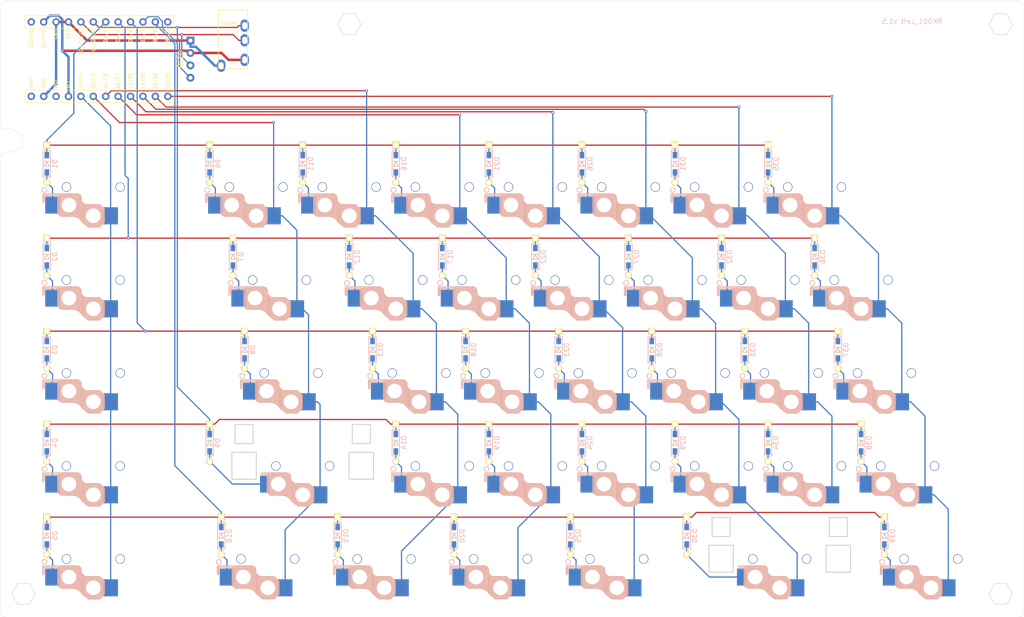
<source format=kicad_pcb>
(kicad_pcb (version 20240108) (generator "pcbnew") (generator_version "8.0")
  (layers (0 "F.Cu" signal) (31 "B.Cu" signal) (34 "B.Paste" user) (35 "F.Paste" user) (36 "B.SilkS" user "B.Silkscreen") (37 "F.SilkS" user "F.Silkscreen") (38 "B.Mask" user) (39 "F.Mask" user) (44 "Edge.Cuts" user))
  (net 0 "")
  (net 1 "Row0")
  (net 2 "Net-(D35-A)")
  (net 3 "Net-(D36-A)")
  (net 4 "Row1")
  (net 5 "Row2")
  (net 6 "Net-(D37-A)")
  (net 7 "Net-(D38-A)")
  (net 8 "Row3")
  (net 9 "Row4")
  (net 10 "Net-(D39-A)")
  (net 11 "Net-(D6-A)")
  (net 12 "Net-(D7-A)")
  (net 13 "Net-(D8-A)")
  (net 14 "Net-(D9-A)")
  (net 15 "Net-(D10-A)")
  (net 16 "Net-(D11-A)")
  (net 17 "Net-(D12-A)")
  (net 18 "Net-(D13-A)")
  (net 19 "Net-(D14-A)")
  (net 20 "Net-(D15-A)")
  (net 21 "Net-(D16-A)")
  (net 22 "Net-(D17-A)")
  (net 23 "Net-(D18-A)")
  (net 24 "Net-(D19-A)")
  (net 25 "Net-(D20-A)")
  (net 26 "Net-(D21-A)")
  (net 27 "Net-(D22-A)")
  (net 28 "Net-(D23-A)")
  (net 29 "Net-(D24-A)")
  (net 30 "Net-(D25-A)")
  (net 31 "Net-(D26-A)")
  (net 32 "Net-(D27-A)")
  (net 33 "Net-(D28-A)")
  (net 34 "Net-(D29-A)")
  (net 35 "Net-(D30-A)")
  (net 36 "Net-(D31-A)")
  (net 37 "Net-(D32-A)")
  (net 38 "Net-(D33-A)")
  (net 39 "Net-(D34-A)")
  (net 40 "SDA")
  (net 41 "GND")
  (net 42 "SCL")
  (net 43 "VCC")
  (net 44 "Col0")
  (net 45 "Col1")
  (net 46 "Col2")
  (net 47 "Col3")
  (net 48 "Col4")
  (net 49 "Col5")
  (net 50 "Col6")
  (net 54 "Net-(D1-A)")
  (net 56 "Net-(D2-A)")
  (net 57 "Net-(D3-A)")
  (net 58 "Net-(D4-A)")
  (net 59 "Net-(D5-A)")
  (net 60 "Col7")
  (footprint "Rikkodo_FootPrint:rkd_Choc_v1v2_Hotswap_1u" (layer "F.Cu") (at 130.9688 57.15)
    (property "Reference" "SW21" (hide yes))
    (property "Value" "SW_Push" (hide yes))
  )
  (footprint "kbd_Parts:Diode_TH_SMD" (layer "F.Cu") (at 197.6438 109.5375 -90)
    (property "Reference" "D38")
    (property "Value" "D" (hide yes))
  )
  (footprint "kbd_Parts:Diode_TH_SMD" (layer "F.Cu") (at 154.7813 90.4875 -90)
    (property "Reference" "D28")
    (property "Value" "D" (hide yes))
  )
  (footprint "Rikkodo_FootPrint:rkd_Choc_v1v2_Hotswap_1u" (layer "F.Cu") (at 40.4813 114.3)
    (property "Reference" "SW4" (hide yes))
    (property "Value" "SW_Push" (hide yes))
  )
  (footprint "Rikkodo_FootPrint:rkd_Choc_v1v2_Hotswap_1u" (layer "F.Cu") (at 211.9313 133.35)
    (property "Reference" "SW39" (hide yes))
    (property "Value" "SW_Push" (hide yes))
  )
  (footprint "kbd_Hole:m2_Screw_Hole" (layer "F.Cu") (at 83.3438 26.1937)
    (property "Reference" "M5")
    (property "Value" "Mark")
  )
  (footprint "Rikkodo_FootPrint:rkd_Choc_v1v2_Hotswap_1u" (layer "F.Cu") (at 121.4438 76.2)
    (property "Reference" "SW17" (hide yes))
    (property "Value" "SW_Push" (hide yes))
  )
  (footprint "Rikkodo_FootPrint:rkd_Choc_v1v2_Hotswap_1u" (layer "F.Cu") (at 107.1563 95.25)
    (property "Reference" "SW13" (hide yes))
    (property "Value" "SW_Push" (hide yes))
  )
  (footprint "Rikkodo_FootPrint:rkd_Choc_v1v2_Hotswap_1u" (layer "F.Cu") (at 145.2563 95.25)
    (property "Reference" "SW23" (hide yes))
    (property "Value" "SW_Push" (hide yes))
  )
  (footprint "kbd_Parts:Diode_TH_SMD" (layer "F.Cu") (at 135.7313 90.4875 -90)
    (property "Reference" "D23")
    (property "Value" "D" (hide yes))
  )
  (footprint "kbd_Parts:Diode_TH_SMD" (layer "F.Cu") (at 66.6751 128.5875 -90)
    (property "Reference" "D10")
    (property "Value" "D" (hide yes))
  )
  (footprint "Rikkodo_FootPrint:rkd_Choc_v1v2_Hotswap_1u" (layer "F.Cu") (at 111.9188 114.3)
    (property "Reference" "SW14" (hide yes))
    (property "Value" "SW_Push" (hide yes))
  )
  (footprint "Rikkodo_FootPrint:rkd_Choc_v1v2_Hotswap_1u" (layer "F.Cu") (at 100.0126 133.35)
    (property "Reference" "SW15" (hide yes))
    (property "Value" "SW_Push" (hide yes))
  )
  (footprint "BrownSugar_KBD:ProMicro_r" (layer "F.Cu") (at 40.4813 30.9562 90)
    (property "Reference" "U1" (hide yes))
    (property "Value" "ProMicro" (hide yes))
  )
  (footprint "kbd_Parts:Diode_TH_SMD" (layer "F.Cu") (at 30.9563 90.4875 -90)
    (property "Reference" "D3")
    (property "Value" "D" (hide yes))
  )
  (footprint "kbd_Parts:Diode_TH_SMD" (layer "F.Cu") (at 114.3001 128.5875 -90)
    (property "Reference" "D20")
    (property "Value" "D" (hide yes))
  )
  (footprint "kbd_Parts:Diode_TH_SMD" (layer "F.Cu") (at 69.0563 71.4375 -90)
    (property "Reference" "D7")
    (property "Value" "D" (hide yes))
  )
  (footprint "kbd_Parts:Diode_TH_SMD" (layer "F.Cu") (at 178.5938 109.5375 -90)
    (property "Reference" "D34")
    (property "Value" "D" (hide yes))
  )
  (footprint "Rikkodo_FootPrint:rkd_Choc_v1v2_Hotswap_1u" (layer "F.Cu") (at 102.3938 76.2)
    (property "Reference" "SW12" (hide yes))
    (property "Value" "SW_Push" (hide yes))
  )
  (footprint "kbd_Parts:Diode_TH_SMD" (layer "F.Cu") (at 30.9563 71.4375 -90)
    (property "Reference" "D2")
    (property "Value" "D" (hide yes))
  )
  (footprint "BrownSugar_KBD:OLED_center_module" (layer "F.Cu") (at 42.8625 30.9562 90)
    (property "Reference" "OL1")
    (property "Value" "OLED")
  )
  (footprint "Rikkodo_FootPrint:rkd_Choc_v1v2_Hotswap_1u" (layer "F.Cu") (at 183.3563 95.25)
    (property "Reference" "SW33" (hide yes))
    (property "Value" "SW_Push" (hide yes))
  )
  (footprint "Rikkodo_FootPrint:rkd_Choc_v1v2_Hotswap_1u" (layer "F.Cu") (at 147.6376 133.35)
    (property "Reference" "SW25" (hide yes))
    (property "Value" "SW_Push" (hide yes))
  )
  (footprint "Rikkodo_FootPrint:rkd_Choc_v1v2_Hotswap_1u" (layer "F.Cu") (at 92.8688 57.15)
    (property "Reference" "SW11" (hide yes))
    (property "Value" "SW_Push" (hide yes))
  )
  (footprint "BrownSugar_KBD:TRRS_PJ-320A" (layer "F.Cu") (at 69.0563 20.8987)
    (property "Reference" "J1")
    (property "Value" "TRRS" (hide yes))
  )
  (footprint "kbd_Parts:Diode_TH_SMD" (layer "F.Cu") (at 169.0688 71.4375 -90)
    (property "Reference" "D32")
    (property "Value" "D" (hide yes))
  )
  (footprint "Rikkodo_FootPrint:rkd_Choc_v1v2_Hotswap_1u" (layer "F.Cu") (at 140.4938 76.2)
    (property "Reference" "SW22" (hide yes))
    (property "Value" "SW_Push" (hide yes))
  )
  (footprint "kbd_Hole:m2_Spacer_Hole_hex" (layer "F.Cu") (at 226.2188 23.8125)
    (property "Reference" "M2")
    (property "Value" "Mark")
    (fp_line (start -2.4 0) (end -1.2 2.15) (stroke (width 0.1)) (layer "Edge.Cuts"))
    (fp_line (start -1.2 -2.15) (end -2.4 0) (stroke (width 0.1)) (layer "Edge.Cuts"))
    (fp_line (start -1.2 2.15) (end 1.2 2.15) (stroke (width 0.1)) (layer "Edge.Cuts"))
    (fp_line (start 1.2 -2.15) (end -1.2 -2.15) (stroke (width 0.1)) (layer "Edge.Cuts"))
    (fp_line (start 1.2 2.15) (end 2.4 0) (stroke (width 0.1)) (layer "Edge.Cuts"))
    (fp_line (start 2.4 0) (end 1.2 -2.15) (stroke (width 0.1)) (layer "Edge.Cuts"))
  )
  (footprint "kbd_Parts:Diode_TH_SMD" (layer "F.Cu") (at 159.5438 109.5375 -90)
    (property "Reference" "D29")
    (property "Value" "D" (hide yes))
  )
  (footprint "kbd_Hole:m2_Screw_Hole" (layer "F.Cu") (at 83.3438 35.7187)
    (property "Reference" "M6")
    (property "Value" "Mark")
  )
  (footprint "kbd_Parts:Diode_TH_SMD" (layer "F.Cu") (at 202.4063 128.5875 -90)
    (property "Reference" "D39")
    (property "Value" "D" (hide yes))
  )
  (footprint "Rikkodo_FootPrint:rkd_Choc_v1v2_Hotswap_1u" (layer "F.Cu") (at 159.5438 76.2)
    (property "Reference" "SW27" (hide yes))
    (property "Value" "SW_Push" (hide yes))
  )
  (footprint "kbd_Parts:Diode_TH_SMD" (layer "F.Cu") (at 30.9563 109.5375 -90)
    (property "Reference" "D4")
    (property "Value" "D" (hide yes))
  )
  (footprint "Rikkodo_FootPrint:rkd_Choc_v1v2_Hotswap_1u" (layer "F.Cu") (at 130.9688 114.3)
    (property "Reference" "SW19" (hide yes))
    (property "Value" "SW_Push" (hide yes))
  )
  (footprint "kbd_Parts:Diode_TH_SMD" (layer "F.Cu") (at 97.6313 90.4875 -90)
    (property "Reference" "D13")
    (property "Value" "D" (hide yes))
  )
  (footprint "kbd_Parts:Diode_TH_SMD" (layer "F.Cu") (at 30.9563 128.5875 -90)
    (property "Reference" "D5")
    (property "Value" "D" (hide yes))
  )
  (footprint "Rikkodo_FootPrint:rkd_Choc_v1v2_Hotswap_1u" (layer "F.Cu") (at 169.0688 114.3)
    (property "Reference" "SW29" (hide yes))
    (property "Value" "SW_Push" (hide yes))
  )
  (footprint "Rikkodo_FootPrint:rkd_Choc_v1v2_Hotswap_1u" (layer "F.Cu") (at 76.2001 133.35)
    (property "Reference" "SW10" (hide yes))
    (property "Value" "SW_Push" (hide yes))
  )
  (footprint "kbd_Parts:Diode_TH_SMD" (layer "F.Cu") (at 159.5438 52.3875 -90)
    (property "Reference" "D31")
    (property "Value" "D" (hide yes))
  )
  (footprint "Rikkodo_FootPrint:rkd_Choc_v1v2_Hotswap_1u" (layer "F.Cu") (at 197.6438 76.2)
    (property "Reference" "SW36" (hide yes))
    (property "Value" "SW_Push" (hide yes))
  )
  (footprint "Rikkodo_FootPrint:rkd_Choc_v1v2_Hotswap_1u" (layer "F.Cu") (at 126.2063 95.25)
    (property "Reference" "SW18" (hide yes))
    (property "Value" "SW_Push" (hide yes))
  )
  (footprint "Rikkodo_FootPrint:rkd_Choc_v1v2_Hotswap_1u" (layer "F.Cu") (at 111.9188 57.15)
    (property "Reference" "SW16" (hide yes))
    (property "Value" "SW_Push" (hide yes))
  )
  (footprint "kbd_Hole:m2_Spacer_Hole_hex" (layer "F.Cu") (at 92.8688 23.8125)
    (property "Reference" "M1")
    (property "Value" "Mark")
    (fp_line (start -2.4 0) (end -1.2 2.15) (stroke (width 0.1)) (layer "Edge.Cuts"))
    (fp_line (start -1.2 -2.15) (end -2.4 0) (stroke (width 0.1)) (layer "Edge.Cuts"))
    (fp_line (start -1.2 2.15) (end 1.2 2.15) (stroke (width 0.1)) (layer "Edge.Cuts"))
    (fp_line (start 1.2 -2.15) (end -1.2 -2.15) (stroke (width 0.1)) (layer "Edge.Cuts"))
    (fp_line (start 1.2 2.15) (end 2.4 0) (stroke (width 0.1)) (layer "Edge.Cuts"))
    (fp_line (start 2.4 0) (end 1.2 -2.15) (stroke (width 0.1)) (layer "Edge.Cuts"))
  )
  (footprint "Rikkodo_FootPrint:rkd_Choc_v1v2_Hotswap_1u" (layer "F.Cu") (at 188.1188 57.15)
    (property "Reference" "SW35" (hide yes))
    (property "Value" "SW_Push" (hide yes))
  )
  (footprint "kbd_Parts:Diode_TH_SMD" (layer "F.Cu") (at 121.4438 109.5375 -90)
    (property "Reference" "D19")
    (property "Value" "D" (hide yes))
  )
  (footprint "kbd_Hole:m2_Spacer_Hole_hex" (layer "F.Cu") (at 226.2188 140.4937)
    (property "Reference" "M4")
    (property "Value" "Mark")
    (fp_line (start -2.4 0) (end -1.2 2.15) (stroke (width 0.1)) (layer "Edge.Cuts"))
    (fp_line (start -1.2 -2.15) (end -2.4 0) (stroke (width 0.1)) (layer "Edge.Cuts"))
    (fp_line (start -1.2 2.15) (end 1.2 2.15) (stroke (width 0.1)) (layer "Edge.Cuts"))
    (fp_line (start 1.2 -2.15) (end -1.2 -2.15) (stroke (width 0.1)) (layer "Edge.Cuts"))
    (fp_line (start 1.2 2.15) (end 2.4 0) (stroke (width 0.1)) (layer "Edge.Cuts"))
    (fp_line (start 2.4 0) (end 1.2 -2.15) (stroke (width 0.1)) (layer "Edge.Cuts"))
  )
  (footprint "kbd_Parts:Diode_TH_SMD" (layer "F.Cu") (at 64.2938 109.5375 -90)
    (property "Reference" "D9")
    (property "Value" "D" (hide yes))
  )
  (footprint "Rikkodo_FootPrint:rkd_Choc_v1v2_Hotswap_1u" (layer "F.Cu") (at 188.1188 114.3)
    (property "Reference" "SW34" (hide yes))
    (property "Value" "SW_Push" (hide yes))
  )
  (footprint "kbd_Parts:Diode_TH_SMD" (layer "F.Cu") (at 173.8313 90.4875 -90)
    (property "Reference" "D33")
    (property "Value" "D" (hide yes))
  )
  (footprint "Rikkodo_FootPrint:rkd_Choc_v1v2_Hotswap_1u" (layer "F.Cu") (at 164.3063 95.25)
    (property "Reference" "SW28" (hide yes))
    (property "Value" "SW_Push" (hide yes))
  )
  (footprint "Rikkodo_FootPrint:rkd_Choc_v1v2_Hotswap_1u" (layer "F.Cu") (at 169.0688 57.15)
    (property "Reference" "SW31" (hide yes))
    (property "Value" "SW_Push" (hide yes))
  )
  (footprint "Rikkodo_FootPrint:rkd_Choc_v1v2_Hotswap_1u" (layer "F.Cu") (at 73.8188 57.15)
    (property "Reference" "SW6" (hide yes))
    (property "Value" "SW_Push" (hide yes))
  )
  (footprint "kbd_Parts:Diode_TH_SMD" (layer "F.Cu") (at 30.9563 52.3875 -90)
    (property "Reference" "D1")
    (property "Value" "D" (hide yes))
  )
  (footprint "kbd_Parts:Diode_TH_SMD" (layer "F.Cu") (at 121.4438 52.3875 -90)
    (property "Reference" "D21")
    (property "Value" "D" (hide yes))
  )
  (footprint "kbd_Parts:Diode_TH_SMD" (layer "F.Cu") (at 92.8688 71.4375 -90)
    (property "Reference" "D12")
    (property "Value" "D" (hide yes))
  )
  (footprint "kbd_Parts:Diode_TH_SMD" (layer "F.Cu") (at 64.2938 52.3875 -90)
    (property "Reference" "D6")
    (property "Value" "D" (hide yes))
  )
  (footprint "Rikkodo_FootPrint:rkd_Choc_v1v2_Hotswap_1u" (layer "F.Cu") (at 150.0188 57.15)
    (property "Reference" "SW26" (hide yes))
    (property "Value" "SW_Push" (hide yes))
  )
  (footprint "kbd_Parts:Diode_TH_SMD" (layer "F.Cu") (at 140.4938 52.3875 -90)
    (property "Reference" "D26")
    (property "Value" "D" (hide yes))
  )
  (footprint "kbd_Parts:Diode_TH_SMD" (layer "F.Cu") (at 71.4376 90.4875 -90)
    (property "Reference" "D8")
    (property "Value" "D" (hide yes))
  )
  (footprint "kbd_Parts:Diode_TH_SMD" (layer "F.Cu") (at 102.3938 109.5375 -90)
    (property "Reference" "D14")
    (property "Value" "D" (hide yes))
  )
  (footprint "Rikkodo_FootPrint:rkd_Choc_v1v2_Hotswap_1u" (layer "F.Cu") (at 40.4813 57.15)
    (property "Reference" "SW1" (hide yes))
    (property "Value" "SW_Push" (hide yes))
  )
  (footprint "Rikkodo_FootPrint:rkd_Choc_v1v2_Hotswap_1u" (layer "F.Cu") (at 202.4063 95.25)
    (property "Reference" "SW37" (hide yes))
    (property "Value" "SW_Push" (hide yes))
  )
  (footprint "kbd_Parts:Diode_TH_SMD" (layer "F.Cu") (at 83.3438 52.3875 -90)
    (property "Reference" "D11")
    (property "Value" "D" (hide yes))
  )
  (footprint "Rikkodo_FootPrint:rkd_Choc_v1v2_Hotswap_1u" (layer "F.Cu") (at 78.5813 76.2)
    (property "Reference" "SW7" (hide yes))
    (property "Value" "SW_Push" (hide yes))
  )
  (footprint "Rikkodo_FootPrint:rkd_Choc_v1v2_Hotswap_1u" (layer "F.Cu") (at 150.0188 114.3)
    (property "Reference" "SW24" (hide yes))
    (property "Value" "SW_Push" (hide yes))
  )
  (footprint "kbd_Parts:Diode_TH_SMD" (layer "F.Cu") (at 178.5938 52.3875 -90)
    (property "Reference" "D35")
    (property "Value" "D" (hide yes))
  )
  (footprint "kbd_Parts:Diode_TH_SMD" (layer "F.Cu") (at 138.1126 128.5875 -90)
    (property "Reference" "D25")
    (property "Value" "D" (hide yes))
  )
  (footprint "kbd_Parts:Diode_TH_SMD" (layer "F.Cu") (at 192.8813 90.4875 -90)
    (property "Reference" "D37")
    (property "Value" "D" (hide yes))
  )
  (footprint "Rikkodo_FootPrint:rkd_Choc_v1v2_Hotswap_1u" (layer "F.Cu") (at 80.9626 95.25)
    (property "Reference" "SW8" (hide yes))
    (property "Value" "SW_Push" (hide yes))
  )
  (footprint "kbd_Parts:Diode_TH_SMD" (layer "F.Cu") (at 90.4876 128.5875 -90)
    (property "Reference" "D15")
    (property "Value" "D" (hide yes))
  )
  (footprint "kbd_Parts:Diode_TH_SMD" (layer "F.Cu") (at 140.4938 109.5375 -90)
    (property "Reference" "D24")
    (property "Value" "D" (hide yes))
  )
  (footprint "kbd_Parts:Diode_TH_SMD" (layer "F.Cu") (at 150.0188 71.4375 -90)
    (property "Reference" "D27")
    (property "Value" "D" (hide yes))
  )
  (footprint "kbd_Hole:m2_Spacer_Hole_hex" (layer "F.Cu") (at 26.1938 140.4937)
    (property "Reference" "M3")
    (property "Value" "Mark")
    (fp_line (start -2.4 0) (end -1.2 2.15) (stroke (width 0.1)) (layer "Edge.Cuts"))
    (fp_line (start -1.2 -2.15) (end -2.4 0) (stroke (width 0.1)) (layer "Edge.Cuts"))
    (fp_line (start -1.2 2.15) (end 1.2 2.15) (stroke (width 0.1)) (layer "Edge.Cuts"))
    (fp_line (start 1.2 -2.15) (end -1.2 -2.15) (stroke (width 0.1)) (layer "Edge.Cuts"))
    (fp_line (start 1.2 2.15) (end 2.4 0) (stroke (width 0.1)) (layer "Edge.Cuts"))
    (fp_line (start 2.4 0) (end 1.2 -2.15) (stroke (width 0.1)) (layer "Edge.Cuts"))
  )
  (footprint "kbd_Parts:Diode_TH_SMD" (layer "F.Cu") (at 116.6813 90.4875 -90)
    (property "Reference" "D18")
    (property "Value" "D" (hide yes))
  )
  (footprint "Rikkodo_FootPrint:rkd_Choc_v1v2_Hotswap_1u" (layer "F.Cu") (at 40.4813 95.25)
    (property "Reference" "SW3" (hide yes))
    (property "Value" "SW_Push" (hide yes))
  )
  (footprint "Rikkodo_FootPrint:rkd_Choc_v1v2_Hotswap_2u" (layer "F.Cu") (at 83.3438 114.3)
    (property "Reference" "SW9" (hide yes))
    (property "Value" "SW_Push" (hide yes))
    (fp_line (start -14.5 -2.8) (end -9.5 -2.8) (stroke (width 0.2)) (layer "Edge.Cuts"))
    (fp_line (start -14.5 2.7) (end -14.5 -2.8) (stroke (width 0.2)) (layer "Edge.Cuts"))
    (fp_line (start -13.85 -8.5) (end -10.15 -8.5) (stroke (width 0.2)) (layer "Edge.Cuts"))
    (fp_line (start -13.85 -4.6) (end -13.85 -8.5) (stroke (width 0.2)) (layer "Edge.Cuts"))
    (fp_line (start -10.15 -8.5) (end -10.15 -4.6) (stroke (width 0.2)) (layer "Edge.Cuts"))
    (fp_line (start -10.15 -4.6) (end -13.85 -4.6) (stroke (width 0.2)) (layer "Edge.Cuts"))
    (fp_line (start -9.5 -2.8) (end -9.5 2.7) (stroke (width 0.2)) (layer "Edge.Cuts"))
    (fp_line (start -9.5 2.7) (end -14.5 2.7) (stroke (width 0.2)) (layer "Edge.Cuts"))
    (fp_line (start 9.5 -2.8) (end 9.5 2.7) (stroke (width 0.2)) (layer "Edge.Cuts"))
    (fp_line (start 9.5 2.7) (end 14.5 2.7) (stroke (width 0.2)) (layer "Edge.Cuts"))
    (fp_line (start 10.15 -8.5) (end 10.15 -4.6) (stroke (width 0.2)) (layer "Edge.Cuts"))
    (fp_line (start 10.15 -4.6) (end 13.85 -4.6) (stroke (width 0.2)) (layer "Edge.Cuts"))
    (fp_line (start 13.85 -8.5) (end 10.15 -8.5) (stroke (width 0.2)) (layer "Edge.Cuts"))
    (fp_line (start 13.85 -8.5) (end 13.85 -4.6) (stroke (width 0.2)) (layer "Edge.Cuts"))
    (fp_line (start 14.5 -2.8) (end 9.5 -2.8) (stroke (width 0.2)) (layer "Edge.Cuts"))
    (fp_line (start 14.5 2.7) (end 14.5 -2.8) (stroke (width 0.2)) (layer "Edge.Cuts"))
  )
  (footprint "Rikkodo_FootPrint:rkd_Choc_v1v2_Hotswap_1u" (layer "F.Cu") (at 178.5938 76.2)
    (property "Reference" "SW32" (hide yes))
    (property "Value" "SW_Push" (hide yes))
  )
  (footprint "kbd_Parts:Diode_TH_SMD" (layer "F.Cu") (at 111.9188 71.4375 -90)
    (property "Reference" "D17")
    (property "Value" "D" (hide yes))
  )
  (footprint "Rikkodo_FootPrint:rkd_Choc_v1v2_Hotswap_1u" (layer "F.Cu") (at 40.4813 133.35)
    (property "Reference" "SW5" (hide yes))
    (property "Value" "SW_Push" (hide yes))
  )
  (footprint "kbd_Parts:Diode_TH_SMD" (layer "F.Cu") (at 161.9251 128.5875 -90)
    (property "Reference" "D30")
    (property "Value" "D" (hide yes))
  )
  (footprint "kbd_Parts:Diode_TH_SMD" (layer "F.Cu") (at 130.9688 71.4375 -90)
    (property "Reference" "D22")
    (property "Value" "D" (hide yes))
  )
  (footprint "kbd_Parts:Diode_TH_SMD" (layer "F.Cu") (at 102.3938 52.3875 -90)
    (property "Reference" "D16")
    (property "Value" "D" (hide yes))
  )
  (footprint "Rikkodo_FootPrint:rkd_Choc_v1v2_Hotswap_1u" (layer "F.Cu") (at 40.4813 76.2)
    (property "Reference" "SW2" (hide yes))
    (property "Value" "SW_Push" (hide yes))
  )
  (footprint "Rikkodo_FootPrint:rkd_Choc_v1v2_Hotswap_1u" (layer "F.Cu") (at 207.1688 114.3)
    (property "Reference" "SW38" (hide yes))
    (property "Value" "SW_Push" (hide yes))
  )
  (footprint "Rikkodo_FootPrint:rkd_Choc_v1v2_Hotswap_2u" (layer "F.Cu") (at 180.9751 133.35)
    (property "Reference" "SW30" (hide yes))
    (property "Value" "SW_Push" (hide yes))
    (fp_line (start -14.5 -2.8) (end -9.5 -2.8) (stroke (width 0.2)) (layer "Edge.Cuts"))
    (fp_line (start -14.5 2.7) (end -14.5 -2.8) (stroke (width 0.2)) (layer "Edge.Cuts"))
    (fp_line (start -13.85 -8.5) (end -10.15 -8.5) (stroke (width 0.2)) (layer "Edge.Cuts"))
    (fp_line (start -13.85 -4.6) (end -13.85 -8.5) (stroke (width 0.2)) (layer "Edge.Cuts"))
    (fp_line (start -10.15 -8.5) (end -10.15 -4.6) (stroke (width 0.2)) (layer "Edge.Cuts"))
    (fp_line (start -10.15 -4.6) (end -13.85 -4.6) (stroke (width 0.2)) (layer "Edge.Cuts"))
    (fp_line (start -9.5 -2.8) (end -9.5 2.7) (stroke (width 0.2)) (layer "Edge.Cuts"))
    (fp_line (start -9.5 2.7) (end -14.5 2.7) (stroke (width 0.2)) (layer "Edge.Cuts"))
    (fp_line (start 9.5 -2.8) (end 9.5 2.7) (stroke (width 0.2)) (layer "Edge.Cuts"))
    (fp_line (start 9.5 2.7) (end 14.5 2.7) (stroke (width 0.2)) (layer "Edge.Cuts"))
    (fp_line (start 10.15 -8.5) (end 10.15 -4.6) (stroke (width 0.2)) (layer "Edge.Cuts"))
    (fp_line (start 10.15 -4.6) (end 13.85 -4.6) (stroke (width 0.2)) (layer "Edge.Cuts"))
    (fp_line (start 13.85 -8.5) (end 10.15 -8.5) (stroke (width 0.2)) (layer "Edge.Cuts"))
    (fp_line (start 13.85 -8.5) (end 13.85 -4.6) (stroke (width 0.2)) (layer "Edge.Cuts"))
    (fp_line (start 14.5 -2.8) (end 9.5 -2.8) (stroke (width 0.2)) (layer "Edge.Cuts"))
    (fp_line (start 14.5 2.7) (end 14.5 -2.8) (stroke (width 0.2)) (layer "Edge.Cuts"))
  )
  (footprint "kbd_Parts:Diode_TH_SMD" (layer "F.Cu") (at 188.1188 71.4375 -90)
    (property "Reference" "D36")
    (property "Value" "D" (hide yes))
  )
  (footprint "Rikkodo_FootPrint:rkd_Choc_v1v2_Hotswap_1u" (layer "F.Cu") (at 123.8251 133.35)
    (property "Reference" "SW20" (hide yes))
    (property "Value" "SW_Push" (hide yes))
  )
  (gr_line (start 21.43125 20.240625) (end 21.43125 44.053125) (stroke (width 0.05)) (layer "Edge.Cuts"))
  (gr_line (start 229.79065 19.05) (end 22.621875 19.05) (stroke (width 0.05)) (layer "Edge.Cuts"))
  (gr_line (start 22.621875 45.24375) (end 23.8125 45.225) (stroke (width 0.05)) (layer "Edge.Cuts"))
  (gr_arc (start 22.621875 45.24375) (mid 21.779976 44.895024) (end 21.43125 44.053125) (stroke (width 0.05)) (layer "Edge.Cuts"))
  (gr_line (start 25.9625 48.825) (end 23.8125 50.025) (stroke (width 0.05)) (layer "Edge.Cuts"))
  (gr_arc (start 22.621875 145.25625) (mid 21.779976 144.907524) (end 21.43125 144.065625) (stroke (width 0.05)) (layer "Edge.Cuts"))
  (gr_arc (start 229.79065 19.05) (mid 230.632524 19.398736) (end 230.981275 20.240625) (stroke (width 0.05)) (layer "Edge.Cuts"))
  (gr_arc (start 21.43125 51.196875) (mid 21.779976 50.354976) (end 22.621875 50.00625) (stroke (width 0.05)) (layer "Edge.Cuts"))
  (gr_arc (start 230.981275 144.06565) (mid 230.632542 144.907542) (end 229.79065 145.256275) (stroke (width 0.05)) (layer "Edge.Cuts"))
  (gr_line (start 25.9625 46.425) (end 25.9625 48.825) (stroke (width 0.05)) (layer "Edge.Cuts"))
  (gr_arc (start 21.43125 20.240625) (mid 21.779976 19.398726) (end 22.621875 19.05) (stroke (width 0.05)) (layer "Edge.Cuts"))
  (gr_line (start 22.621875 145.25625) (end 229.79065 145.256275) (stroke (width 0.05)) (layer "Edge.Cuts"))
  (gr_line (start 230.98125 144.065625) (end 230.981275 20.240625) (stroke (width 0.05)) (layer "Edge.Cuts"))
  (gr_line (start 22.621875 50.00625) (end 23.8125 50.025) (stroke (width 0.05)) (layer "Edge.Cuts"))
  (gr_line (start 21.43125 144.065625) (end 21.43125 51.196875) (stroke (width 0.05)) (layer "Edge.Cuts"))
  (gr_line (start 23.8125 45.225) (end 25.9625 46.425) (stroke (width 0.05)) (layer "Edge.Cuts"))
  (gr_text "RKD01_Left v1.5" (at 214.3125 23.8125 0) (layer "B.SilkS") (effects (font (size 1 1) (thickness 0.1)) (justify left bottom mirror)))
  (segment (start 30.9563 48.5775) (end 64.2938 48.5775) (width 0.25) (layer "F.Cu") (net 1))
  (segment (start 121.4438 48.5775) (end 140.4938 48.5775) (width 0.25) (layer "F.Cu") (net 1))
  (segment (start 64.2938 48.5775) (end 83.3438 48.5775) (width 0.25) (layer "F.Cu") (net 1))
  (segment (start 140.4938 48.5775) (end 159.5438 48.5775) (width 0.25) (layer "F.Cu") (net 1))
  (segment (start 102.3938 48.5775) (end 121.4438 48.5775) (width 0.25) (layer "F.Cu") (net 1))
  (segment (start 178.5938 48.5775) (end 159.5438 48.5775) (width 0.25) (layer "F.Cu") (net 1))
  (segment (start 83.3438 48.5775) (end 102.3938 48.5775) (width 0.25) (layer "F.Cu") (net 1))
  (segment (start 102.3938 50.6125) (end 102.3938 48.5775) (width 0.25) (layer "B.Cu") (net 1))
  (segment (start 30.9563 48.5775) (end 30.9563 47.5523) (width 0.25) (layer "B.Cu") (net 1))
  (segment (start 43.0213 23.3362) (end 36.5004 29.8571) (width 0.25) (layer "B.Cu") (net 1))
  (segment (start 159.5438 50.6125) (end 159.5438 48.5775) (width 0.25) (layer "B.Cu") (net 1))
  (segment (start 36.5004 42.0082) (end 30.9563 47.5523) (width 0.25) (layer "B.Cu") (net 1))
  (segment (start 36.5004 29.8571) (end 36.5004 42.0082) (width 0.25) (layer "B.Cu") (net 1))
  (segment (start 64.2938 50.6125) (end 64.2938 48.5775) (width 0.25) (layer "B.Cu") (net 1))
  (segment (start 178.5938 50.6125) (end 178.5938 48.5775) (width 0.25) (layer "B.Cu") (net 1))
  (segment (start 140.4938 50.6125) (end 140.4938 48.5775) (width 0.25) (layer "B.Cu") (net 1))
  (segment (start 83.3438 50.6125) (end 83.3438 48.5775) (width 0.25) (layer "B.Cu") (net 1))
  (segment (start 121.4438 50.6125) (end 121.4438 48.5775) (width 0.25) (layer "B.Cu") (net 1))
  (segment (start 30.9563 50.6125) (end 30.9563 48.5775) (width 0.25) (layer "B.Cu") (net 1))
  (segment (start 178.5938 56.1975) (end 179.7688 57.3725) (width 0.25) (layer "B.Cu") (net 2))
  (segment (start 179.7688 57.3725) (end 179.7688 60.85) (width 0.25) (layer "B.Cu") (net 2))
  (segment (start 178.5938 56.1975) (end 178.5938 54.1625) (width 0.25) (layer "B.Cu") (net 2))
  (segment (start 189.2938 76.4225) (end 189.2938 79.9) (width 0.25) (layer "B.Cu") (net 3))
  (segment (start 188.1188 75.2475) (end 189.2938 76.4225) (width 0.25) (layer "B.Cu") (net 3))
  (segment (start 188.1188 75.2475) (end 188.1188 73.2125) (width 0.25) (layer "B.Cu") (net 3))
  (segment (start 130.9688 67.6275) (end 150.0188 67.6275) (width 0.25) (layer "F.Cu") (net 4))
  (segment (start 69.0563 67.6275) (end 47.625 67.6275) (width 0.25) (layer "F.Cu") (net 4))
  (segment (start 47.625 67.6275) (end 30.9563 67.6275) (width 0.25) (layer "F.Cu") (net 4))
  (segment (start 188.1188 67.6275) (end 169.0688 67.6275) (width 0.25) (layer "F.Cu") (net 4))
  (segment (start 130.9688 67.6275) (end 111.9188 67.6275) (width 0.25) (layer "F.Cu") (net 4))
  (segment (start 111.9188 67.6275) (end 92.8688 67.6275) (width 0.25) (layer "F.Cu") (net 4))
  (segment (start 69.0563 67.6275) (end 70.0815 67.6275) (width 0.25) (layer "F.Cu") (net 4))
  (segment (start 150.0188 67.6275) (end 169.0688 67.6275) (width 0.25) (layer "F.Cu") (net 4))
  (segment (start 92.8688 67.6275) (end 70.0815 67.6275) (width 0.25) (layer "F.Cu") (net 4))
  (via (at 47.625 67.6275) (size 0.6) (drill 0.3) (layers "F.Cu" "B.Cu") (net 4))
  (segment (start 169.0688 69.6625) (end 169.0688 67.6275) (width 0.25) (layer "B.Cu") (net 4))
  (segment (start 150.0188 69.6625) (end 150.0188 67.6275) (width 0.25) (layer "B.Cu") (net 4))
  (segment (start 188.1188 69.6625) (end 188.1188 67.6275) (width 0.25) (layer "B.Cu") (net 4))
  (segment (start 30.9563 69.6625) (end 30.9563 67.6275) (width 0.25) (layer "B.Cu") (net 4))
  (segment (start 69.0563 69.6625) (end 69.0563 67.6275) (width 0.25) (layer "B.Cu") (net 4))
  (segment (start 46.9751 24.75) (end 45.5613 23.3362) (width 0.25) (layer "B.Cu") (net 4))
  (segment (start 130.9688 69.6625) (end 130.9688 67.6275) (width 0.25) (layer "B.Cu") (net 4))
  (segment (start 47.625 67.6275) (end 47.625 55.41865) (width 0.25) (layer "B.Cu") (net 4))
  (segment (start 46.9751 54.76875) (end 46.9751 24.75) (width 0.25) (layer "B.Cu") (net 4))
  (segment (start 92.8688 69.6625) (end 92.8688 67.6275) (width 0.25) (layer "B.Cu") (net 4))
  (segment (start 111.9188 69.6625) (end 111.9188 67.6275) (width 0.25) (layer "B.Cu") (net 4))
  (segment (start 47.625 55.41865) (end 46.9751 54.76875) (width 0.25) (layer "B.Cu") (net 4))
  (segment (start 71.4376 86.6775) (end 97.6313 86.6775) (width 0.25) (layer "F.Cu") (net 5))
  (segment (start 173.8313 86.6775) (end 154.7813 86.6775) (width 0.25) (layer "F.Cu") (net 5))
  (segment (start 192.8813 86.6775) (end 173.8313 86.6775) (width 0.25) (layer "F.Cu") (net 5))
  (segment (start 97.6313 86.6775) (end 116.6813 86.6775) (width 0.25) (layer "F.Cu") (net 5))
  (segment (start 135.7313 86.6775) (end 154.7813 86.6775) (width 0.25) (layer "F.Cu") (net 5))
  (segment (start 51.1523 86.6775) (end 30.9563 86.6775) (width 0.25) (layer "F.Cu") (net 5))
  (segment (start 116.6813 86.6775) (end 135.7313 86.6775) (width 0.25) (layer "F.Cu") (net 5))
  (segment (start 71.4376 86.6775) (end 51.1523 86.6775) (width 0.25) (layer "F.Cu") (net 5))
  (via (at 51.1523 86.6775) (size 0.6) (drill 0.3) (layers "F.Cu" "B.Cu") (net 5))
  (segment (start 192.8813 88.7125) (end 192.8813 86.6775) (width 0.25) (layer "B.Cu") (net 5))
  (segment (start 116.6813 88.7125) (end 116.6813 86.6775) (width 0.25) (layer "B.Cu") (net 5))
  (segment (start 135.7313 88.7125) (end 135.7313 86.6775) (width 0.25) (layer "B.Cu") (net 5))
  (segment (start 71.4376 88.7125) (end 71.4376 86.6775) (width 0.25) (layer "B.Cu") (net 5))
  (segment (start 154.7813 88.7125) (end 154.7813 86.6775) (width 0.25) (layer "B.Cu") (net 5))
  (segment (start 30.9563 88.7125) (end 30.9563 86.6775) (width 0.25) (layer "B.Cu") (net 5))
  (segment (start 48.1013 23.3362) (end 49.4628 24.6977) (width 0.25) (layer "B.Cu") (net 5))
  (segment (start 173.8313 88.7125) (end 173.8313 86.6775) (width 0.25) (layer "B.Cu") (net 5))
  (segment (start 49.4628 84.988) (end 51.1523 86.6775) (width 0.25) (layer "B.Cu") (net 5))
  (segment (start 49.4628 24.6977) (end 49.4628 84.988) (width 0.25) (layer "B.Cu") (net 5))
  (segment (start 97.6313 88.7125) (end 97.6313 86.6775) (width 0.25) (layer "B.Cu") (net 5))
  (segment (start 192.8813 94.2975) (end 192.8813 92.2625) (width 0.25) (layer "B.Cu") (net 6))
  (segment (start 194.0563 95.4725) (end 194.0563 98.95) (width 0.25) (layer "B.Cu") (net 6))
  (segment (start 192.8813 94.2975) (end 194.0563 95.4725) (width 0.25) (layer "B.Cu") (net 6))
  (segment (start 198.8188 114.5225) (end 198.8188 118) (width 0.25) (layer "B.Cu") (net 7))
  (segment (start 197.6438 113.3475) (end 198.8188 114.5225) (width 0.25) (layer "B.Cu") (net 7))
  (segment (start 197.6438 113.3475) (end 197.6438 111.3125) (width 0.25) (layer "B.Cu") (net 7))
  (segment (start 66.2715 104.775) (end 100.4161 104.775) (width 0.25) (layer "F.Cu") (net 8))
  (segment (start 197.6438 105.7275) (end 196.6186 105.7275) (width 0.25) (layer "F.Cu") (net 8))
  (segment (start 159.5438 105.7275) (end 178.5938 105.7275) (width 0.25) (layer "F.Cu") (net 8))
  (segment (start 100.4161 104.775) (end 101.3686 105.7275) (width 0.25) (layer "F.Cu") (net 8))
  (segment (start 64.2938 105.7275) (end 65.319 105.7275) (width 0.25) (layer "F.Cu") (net 8))
  (segment (start 64.2938 105.7275) (end 30.9563 105.7275) (width 0.25) (layer "F.Cu") (net 8))
  (segment (start 178.5938 105.7275) (end 196.6186 105.7275) (width 0.25) (layer "F.Cu") (net 8))
  (segment (start 102.3938 105.7275) (end 121.4438 105.7275) (width 0.25) (layer "F.Cu") (net 8))
  (segment (start 121.4438 105.7275) (end 140.4938 105.7275) (width 0.25) (layer "F.Cu") (net 8))
  (segment (start 101.3686 105.7275) (end 102.3938 105.7275) (width 0.25) (layer "F.Cu") (net 8))
  (segment (start 140.4938 105.7275) (end 159.5438 105.7275) (width 0.25) (layer "F.Cu") (net 8))
  (segment (start 65.319 105.7275) (end 66.2715 104.775) (width 0.25) (layer "F.Cu") (net 8))
  (segment (start 51.7344 22.2431) (end 53.6543 22.2431) (width 0.25) (layer "B.Cu") (net 8))
  (segment (start 50.6413 23.3362) (end 51.7344 22.2431) (width 0.25) (layer "B.Cu") (net 8))
  (segment (start 30.9563 107.7625) (end 30.9563 105.7275) (width 0.25) (layer "B.Cu") (net 8))
  (segment (start 64.2938 105.7275) (end 64.2938 104.7023) (width 0.25) (layer "B.Cu") (net 8))
  (segment (start 57.6767 98.0852) (end 64.2938 104.7023) (width 0.25) (layer "B.Cu") (net 8))
  (segment (start 178.5938 107.7625) (end 178.5938 105.7275) (width 0.25) (layer "B.Cu") (net 8))
  (segment (start 57.6767 27.6507) (end 57.6767 98.0852) (width 0.25) (layer "B.Cu") (net 8))
  (segment (start 64.2938 107.7625) (end 64.2938 105.7275) (width 0.25) (layer "B.Cu") (net 8))
  (segment (start 102.3938 107.7625) (end 102.3938 105.7275) (width 0.25) (layer "B.Cu") (net 8))
  (segment (start 53.6543 22.2431) (end 54.6326 23.2214) (width 0.25) (layer "B.Cu") (net 8))
  (segment (start 140.4938 107.7625) (end 140.4938 105.7275) (width 0.25) (layer "B.Cu") (net 8))
  (segment (start 121.4438 107.7625) (end 121.4438 105.7275) (width 0.25) (layer "B.Cu") (net 8))
  (segment (start 54.6326 24.6066) (end 57.6767 27.6507) (width 0.25) (layer "B.Cu") (net 8))
  (segment (start 159.5438 107.7625) (end 159.5438 105.7275) (width 0.25) (layer "B.Cu") (net 8))
  (segment (start 54.6326 23.2214) (end 54.6326 24.6066) (width 0.25) (layer "B.Cu") (net 8))
  (segment (start 197.6438 107.7625) (end 197.6438 105.7275) (width 0.25) (layer "B.Cu") (net 8))
  (segment (start 138.1126 124.7775) (end 114.3001 124.7775) (width 0.25) (layer "F.Cu") (net 9))
  (segment (start 90.4876 124.7775) (end 66.6751 124.7775) (width 0.25) (layer "F.Cu") (net 9))
  (segment (start 162.9503 124.7775) (end 161.9251 124.7775) (width 0.25) (layer "F.Cu") (net 9))
  (segment (start 202.4063 124.7775) (end 201.3811 124.7775) (width 0.25) (layer "F.Cu") (net 9))
  (segment (start 114.3001 124.7775) (end 90.4876 124.7775) (width 0.25) (layer "F.Cu") (net 9))
  (segment (start 201.3811 124.7775) (end 200.4286 123.825) (width 0.25) (layer "F.Cu") (net 9))
  (segment (start 163.9028 123.825) (end 162.9503 124.7775) (width 0.25) (layer "F.Cu") (net 9))
  (segment (start 30.9563 124.7775) (end 66.6751 124.7775) (width 0.25) (layer "F.Cu") (net 9))
  (segment (start 161.9251 124.7775) (end 138.1126 124.7775) (width 0.25) (layer "F.Cu") (net 9))
  (segment (start 200.4286 123.825) (end 163.9028 123.825) (width 0.25) (layer "F.Cu") (net 9))
  (segment (start 53.1813 23.7942) (end 57.1714 27.7843) (width 0.25) (layer "B.Cu") (net 9))
  (segment (start 202.4063 126.8125) (end 202.4063 124.7775) (width 0.25) (layer "B.Cu") (net 9))
  (segment (start 66.6751 126.8125) (end 66.6751 124.7775) (width 0.25) (layer "B.Cu") (net 9))
  (segment (start 57.1714 114.2487) (end 57.1715 114.2487) (width 0.25) (layer "B.Cu") (net 9))
  (segment (start 90.4876 126.8125) (end 90.4876 124.7775) (width 0.25) (layer "B.Cu") (net 9))
  (segment (start 57.1715 114.2487) (end 66.6751 123.7523) (width 0.25) (layer "B.Cu") (net 9))
  (segment (start 161.9251 126.8125) (end 161.9251 124.7775) (width 0.25) (layer "B.Cu") (net 9))
  (segment (start 138.1126 126.8125) (end 138.1126 124.7775) (width 0.25) (layer "B.Cu") (net 9))
  (segment (start 66.6751 124.7775) (end 66.6751 123.7523) (width 0.25) (layer "B.Cu") (net 9))
  (segment (start 114.3001 126.8125) (end 114.3001 124.7775) (width 0.25) (layer "B.Cu") (net 9))
  (segment (start 30.9563 126.8125) (end 30.9563 124.7775) (width 0.25) (layer "B.Cu") (net 9))
  (segment (start 57.1714 27.7843) (end 57.1714 114.2487) (width 0.25) (layer "B.Cu") (net 9))
  (segment (start 53.1813 23.3362) (end 53.1813 23.7942) (width 0.25) (layer "B.Cu") (net 9))
  (segment (start 202.4063 132.3975) (end 202.4063 130.3625) (width 0.25) (layer "B.Cu") (net 10))
  (segment (start 202.4063 132.3975) (end 203.5813 133.5725) (width 0.25) (layer "B.Cu") (net 10))
  (segment (start 203.5813 133.5725) (end 203.5813 137.05) (width 0.25) (layer "B.Cu") (net 10))
  (segment (start 65.4688 57.3725) (end 65.4688 60.85) (width 0.25) (layer "B.Cu") (net 11))
  (segment (start 64.2938 56.1975) (end 65.4688 57.3725) (width 0.25) (layer "B.Cu") (net 11))
  (segment (start 64.2938 56.1975) (end 64.2938 54.1625) (width 0.25) (layer "B.Cu") (net 11))
  (segment (start 69.0563 75.2475) (end 70.2313 76.4225) (width 0.25) (layer "B.Cu") (net 12))
  (segment (start 70.2313 76.4225) (end 70.2313 79.9) (width 0.25) (layer "B.Cu") (net 12))
  (segment (start 69.0563 75.2475) (end 69.0563 73.2125) (width 0.25) (layer "B.Cu") (net 12))
  (segment (start 71.4376 94.2975) (end 71.4376 92.2625) (width 0.25) (layer "B.Cu") (net 13))
  (segment (start 72.6126 95.4725) (end 72.6126 98.95) (width 0.25) (layer "B.Cu") (net 13))
  (segment (start 71.4376 94.2975) (end 72.6126 95.4725) (width 0.25) (layer "B.Cu") (net 13))
  (segment (start 64.2938 113.3475) (end 64.2938 111.3125) (width 0.25) (layer "B.Cu") (net 14))
  (segment (start 75.5438 118) (end 68.9463 118) (width 0.25) (layer "B.Cu") (net 14))
  (segment (start 68.9463 118) (end 64.2938 113.3475) (width 0.25) (layer "B.Cu") (net 14))
  (segment (start 67.8501 133.5725) (end 67.8501 137.05) (width 0.25) (layer "B.Cu") (net 15))
  (segment (start 66.6751 132.3975) (end 67.8501 133.5725) (width 0.25) (layer "B.Cu") (net 15))
  (segment (start 66.6751 132.3975) (end 66.6751 130.3625) (width 0.25) (layer "B.Cu") (net 15))
  (segment (start 83.3438 56.1975) (end 84.5188 57.3725) (width 0.25) (layer "B.Cu") (net 16))
  (segment (start 84.5188 57.3725) (end 84.5188 60.85) (width 0.25) (layer "B.Cu") (net 16))
  (segment (start 83.3438 56.1975) (end 83.3438 54.1625) (width 0.25) (layer "B.Cu") (net 16))
  (segment (start 94.0438 76.4225) (end 94.0438 79.9) (width 0.25) (layer "B.Cu") (net 17))
  (segment (start 92.8688 75.2475) (end 92.8688 73.2125) (width 0.25) (layer "B.Cu") (net 17))
  (segment (start 92.8688 75.2475) (end 94.0438 76.4225) (width 0.25) (layer "B.Cu") (net 17))
  (segment (start 97.6313 94.2975) (end 98.8063 95.4725) (width 0.25) (layer "B.Cu") (net 18))
  (segment (start 98.8063 95.4725) (end 98.8063 98.95) (width 0.25) (layer "B.Cu") (net 18))
  (segment (start 97.6313 94.2975) (end 97.6313 92.2625) (width 0.25) (layer "B.Cu") (net 18))
  (segment (start 103.5688 114.5225) (end 103.5688 118) (width 0.25) (layer "B.Cu") (net 19))
  (segment (start 102.3938 113.3475) (end 102.3938 111.3125) (width 0.25) (layer "B.Cu") (net 19))
  (segment (start 102.3938 113.3475) (end 103.5688 114.5225) (width 0.25) (layer "B.Cu") (net 19))
  (segment (start 90.4876 132.3975) (end 91.6626 133.5725) (width 0.25) (layer "B.Cu") (net 20))
  (segment (start 90.4876 132.3975) (end 90.4876 130.3625) (width 0.25) (layer "B.Cu") (net 20))
  (segment (start 91.6626 133.5725) (end 91.6626 137.05) (width 0.25) (layer "B.Cu") (net 20))
  (segment (start 102.3938 56.1975) (end 102.3938 54.1625) (width 0.25) (layer "B.Cu") (net 21))
  (segment (start 102.3938 56.1975) (end 103.5688 57.3725) (width 0.25) (layer "B.Cu") (net 21))
  (segment (start 103.5688 57.3725) (end 103.5688 60.85) (width 0.25) (layer "B.Cu") (net 21))
  (segment (start 111.9188 75.2475) (end 111.9188 73.2125) (width 0.25) (layer "B.Cu") (net 22))
  (segment (start 113.0938 76.4225) (end 113.0938 79.9) (width 0.25) (layer "B.Cu") (net 22))
  (segment (start 111.9188 75.2475) (end 113.0938 76.4225) (width 0.25) (layer "B.Cu") (net 22))
  (segment (start 117.8563 95.4725) (end 117.8563 98.95) (width 0.25) (layer "B.Cu") (net 23))
  (segment (start 116.6813 94.2975) (end 116.6813 92.2625) (width 0.25) (layer "B.Cu") (net 23))
  (segment (start 116.6813 94.2975) (end 117.8563 95.4725) (width 0.25) (layer "B.Cu") (net 23))
  (segment (start 121.4438 113.3475) (end 121.4438 111.3125) (width 0.25) (layer "B.Cu") (net 24))
  (segment (start 121.4438 113.3475) (end 122.6188 114.5225) (width 0.25) (layer "B.Cu") (net 24))
  (segment (start 122.6188 114.5225) (end 122.6188 118) (width 0.25) (layer "B.Cu") (net 24))
  (segment (start 114.3001 132.3975) (end 114.3001 130.3625) (width 0.25) (layer "B.Cu") (net 25))
  (segment (start 115.4751 133.5725) (end 115.4751 137.05) (width 0.25) (layer "B.Cu") (net 25))
  (segment (start 114.3001 132.3975) (end 115.4751 133.5725) (width 0.25) (layer "B.Cu") (net 25))
  (segment (start 121.4438 56.1975) (end 121.4438 54.1625) (width 0.25) (layer "B.Cu") (net 26))
  (segment (start 121.4438 56.1975) (end 122.6188 57.3725) (width 0.25) (layer "B.Cu") (net 26))
  (segment (start 122.6188 57.3725) (end 122.6188 60.85) (width 0.25) (layer "B.Cu") (net 26))
  (segment (start 130.9688 75.2475) (end 132.1438 76.4225) (width 0.25) (layer "B.Cu") (net 27))
  (segment (start 132.1438 76.4225) (end 132.1438 79.9) (width 0.25) (layer "B.Cu") (net 27))
  (segment (start 130.9688 75.2475) (end 130.9688 73.2125) (width 0.25) (layer "B.Cu") (net 27))
  (segment (start 135.7313 94.2975) (end 135.7313 92.2625) (width 0.25) (layer "B.Cu") (net 28))
  (segment (start 136.9063 95.4725) (end 136.9063 98.95) (width 0.25) (layer "B.Cu") (net 28))
  (segment (start 135.7313 94.2975) (end 136.9063 95.4725) (width 0.25) (layer "B.Cu") (net 28))
  (segment (start 140.4938 113.3475) (end 141.6688 114.5225) (width 0.25) (layer "B.Cu") (net 29))
  (segment (start 140.4938 113.3475) (end 140.4938 111.3125) (width 0.25) (layer "B.Cu") (net 29))
  (segment (start 141.6688 114.5225) (end 141.6688 118) (width 0.25) (layer "B.Cu") (net 29))
  (segment (start 138.1126 132.3975) (end 138.1126 130.3625) (width 0.25) (layer "B.Cu") (net 30))
  (segment (start 138.1126 132.3975) (end 139.2876 133.5725) (width 0.25) (layer "B.Cu") (net 30))
  (segment (start 139.2876 133.5725) (end 139.2876 137.05) (width 0.25) (layer "B.Cu") (net 30))
  (segment (start 141.6688 57.3725) (end 141.6688 60.85) (width 0.25) (layer "B.Cu") (net 31))
  (segment (start 140.4938 56.1975) (end 140.4938 54.1625) (width 0.25) (layer "B.Cu") (net 31))
  (segment (start 140.4938 56.1975) (end 141.6688 57.3725) (width 0.25) (layer "B.Cu") (net 31))
  (segment (start 150.0188 75.2475) (end 150.0188 73.2125) (width 0.25) (layer "B.Cu") (net 32))
  (segment (start 150.0188 75.2475) (end 151.1938 76.4225) (width 0.25) (layer "B.Cu") (net 32))
  (segment (start 151.1938 76.4225) (end 151.1938 79.9) (width 0.25) (layer "B.Cu") (net 32))
  (segment (start 154.7813 94.2975) (end 155.9563 95.4725) (width 0.25) (layer "B.Cu") (net 33))
  (segment (start 154.7813 94.2975) (end 154.7813 92.2625) (width 0.25) (layer "B.Cu") (net 33))
  (segment (start 155.9563 95.4725) (end 155.9563 98.95) (width 0.25) (layer "B.Cu") (net 33))
  (segment (start 159.5438 113.3475) (end 160.7188 114.5225) (width 0.25) (layer "B.Cu") (net 34))
  (segment (start 159.5438 113.3475) (end 159.5438 111.3125) (width 0.25) (layer "B.Cu") (net 34))
  (segment (start 160.7188 114.5225) (end 160.7188 118) (width 0.25) (layer "B.Cu") (net 34))
  (segment (start 173.1751 137.05) (end 166.5776 137.05) (width 0.25) (layer "B.Cu") (net 35))
  (segment (start 166.5776 137.05) (end 161.9251 132.3975) (width 0.25) (layer "B.Cu") (net 35))
  (segment (start 161.9251 130.3625) (end 161.9251 132.3975) (width 0.25) (layer "B.Cu") (net 35))
  (segment (start 160.7188 57.3725) (end 160.7188 60.85) (width 0.25) (layer "B.Cu") (net 36))
  (segment (start 159.5438 56.1975) (end 160.7188 57.3725) (width 0.25) (layer "B.Cu") (net 36))
  (segment (start 159.5438 56.1975) (end 159.5438 54.1625) (width 0.25) (layer "B.Cu") (net 36))
  (segment (start 169.0688 75.2475) (end 170.2438 76.4225) (width 0.25) (layer "B.Cu") (net 37))
  (segment (start 169.0688 75.2475) (end 169.0688 73.2125) (width 0.25) (layer "B.Cu") (net 37))
  (segment (start 170.2438 76.4225) (end 170.2438 79.9) (width 0.25) (layer "B.Cu") (net 37))
  (segment (start 175.0063 95.4725) (end 175.0063 98.95) (width 0.25) (layer "B.Cu") (net 38))
  (segment (start 173.8313 94.2975) (end 173.8313 92.2625) (width 0.25) (layer "B.Cu") (net 38))
  (segment (start 173.8313 94.2975) (end 175.0063 95.4725) (width 0.25) (layer "B.Cu") (net 38))
  (segment (start 178.5938 113.3475) (end 178.5938 111.3125) (width 0.25) (layer "B.Cu") (net 39))
  (segment (start 179.7688 114.5225) (end 179.7688 118) (width 0.25) (layer "B.Cu") (net 39))
  (segment (start 178.5938 113.3475) (end 179.7688 114.5225) (width 0.25) (layer "B.Cu") (net 39))
  (segment (start 58.5869 25.922) (end 69.1029 25.922) (width 0.25) (layer "F.Cu") (net 40))
  (segment (start 40.5271 25.922) (end 58.5869 25.922) (width 0.25) (layer "F.Cu") (net 40))
  (segment (start 37.9413 23.3362) (end 40.5271 25.922) (width 0.25) (layer "F.Cu") (net 40))
  (segment (start 71.4563 27.0987) (end 70.2796 27.0987) (width 0.25) (layer "F.Cu") (net 40))
  (segment (start 69.1029 25.922) (end 70.2796 27.0987) (width 0.25) (layer "F.Cu") (net 40))
  (via (at 58.5869 25.922) (size 0.6) (drill 0.3) (layers "F.Cu" "B.Cu") (net 40))
  (segment (start 58.5869 30.4506) (end 58.5869 25.922) (width 0.25) (layer "B.Cu") (net 40))
  (segment (start 60.3625 32.2262) (end 58.5869 30.4506) (width 0.25) (layer "B.Cu") (net 40))
  (segment (start 35.4013 23.3362) (end 32.8613 23.3362) (width 0.5) (layer "F.Cu") (net 41))
  (segment (start 60.3625 27.1462) (end 39.2113 27.1462) (width 0.5) (layer "F.Cu") (net 41))
  (segment (start 39.2113 27.1462) (end 35.4013 23.3362) (width 0.5) (layer "F.Cu") (net 41))
  (segment (start 65.3546 32.2987) (end 61.4638 28.4079) (width 0.5) (layer "B.Cu") (net 41))
  (segment (start 61.4638 28.4079) (end 60.3625 28.4079) (width 0.5) (layer "B.Cu") (net 41))
  (segment (start 60.3625 27.1462) (end 60.3625 28.4079) (width 0.5) (layer "B.Cu") (net 41))
  (segment (start 66.6563 32.2987) (end 65.3546 32.2987) (width 0.5) (layer "B.Cu") (net 41))
  (segment (start 32.8613 23.3362) (end 32.8613 36.0362) (width 0.5) (layer "B.Cu") (net 41))
  (segment (start 32.8613 36.0362) (end 30.3213 38.5762) (width 0.5) (layer "B.Cu") (net 41))
  (segment (start 40.4813 23.3362) (end 41.6109 24.4658) (width 0.25) (layer "F.Cu") (net 42))
  (segment (start 41.6109 24.4658) (end 57.6801 24.4658) (width 0.25) (layer "F.Cu") (net 42))
  (segment (start 69.9125 24.4658) (end 70.2796 24.0987) (width 0.25) (layer "F.Cu") (net 42))
  (segment (start 57.6801 24.4658) (end 69.9125 24.4658) (width 0.25) (layer "F.Cu") (net 42))
  (segment (start 71.4563 24.0987) (end 70.2796 24.0987) (width 0.25) (layer "F.Cu") (net 42))
  (via (at 57.6801 24.4658) (size 0.6) (drill 0.3) (layers "F.Cu" "B.Cu") (net 42))
  (segment (start 57.6801 26.6972) (end 57.6801 24.4658) (width 0.25) (layer "B.Cu") (net 42))
  (segment (start 58.1311 32.5348) (end 58.1311 27.1482) (width 0.25) (layer "B.Cu") (net 42))
  (segment (start 58.1311 27.1482) (end 57.6801 26.6972) (width 0.25) (layer "B.Cu") (net 42))
  (segment (start 60.3625 34.7662) (end 58.1311 32.5348) (width 0.25) (layer "B.Cu") (net 42))
  (segment (start 59.9141 29.2378) (end 34.1313 29.2378) (width 0.5) (layer "F.Cu") (net 43))
  (segment (start 68.1399 31.0987) (end 71.4563 31.0987) (width 0.5) (layer "F.Cu") (net 43))
  (segment (start 60.3625 29.6862) (end 59.9141 29.2378) (width 0.5) (layer "F.Cu") (net 43))
  (segment (start 66.7274 29.6862) (end 68.1399 31.0987) (width 0.5) (layer "F.Cu") (net 43))
  (segment (start 60.3625 29.6862) (end 66.7274 29.6862) (width 0.5) (layer "F.Cu") (net 43))
  (via (at 34.1313 29.2378) (size 0.6) (drill 0.3) (layers "F.Cu" "B.Cu") (net 43))
  (segment (start 35.4013 30.5078) (end 34.1313 29.2378) (width 0.5) (layer "B.Cu") (net 43))
  (segment (start 33.3743 22.0678) (end 31.5897 22.0678) (width 0.5) (layer "B.Cu") (net 43))
  (segment (start 35.4013 38.5762) (end 35.4013 30.5078) (width 0.5) (layer "B.Cu") (net 43))
  (segment (start 34.1313 29.2378) (end 34.1313 22.8248) (width 0.5) (layer "B.Cu") (net 43))
  (segment (start 31.5897 22.0678) (end 30.3213 23.3362) (width 0.5) (layer "B.Cu") (net 43))
  (segment (start 34.1313 22.8248) (end 33.3743 22.0678) (width 0.5) (layer "B.Cu") (net 43))
  (segment (start 44.0313 44.6662) (end 44.0313 63.05) (width 0.25) (layer "B.Cu") (net 44))
  (segment (start 44.0313 82.1) (end 44.0313 63.05) (width 0.25) (layer "B.Cu") (net 44))
  (segment (start 37.9413 38.5762) (end 44.0313 44.6662) (width 0.25) (layer "B.Cu") (net 44))
  (segment (start 44.0313 120.2) (end 44.0313 139.25) (width 0.25) (layer "B.Cu") (net 44))
  (segment (start 44.0313 82.1) (end 44.0313 101.15) (width 0.25) (layer "B.Cu") (net 44))
  (segment (start 44.0313 101.15) (end 44.0313 120.2) (width 0.25) (layer "B.Cu") (net 44))
  (segment (start 45.8414 43.9363) (end 40.4813 38.5762) (width 0.25) (layer "F.Cu") (net 45))
  (segment (start 77.390625 43.9363) (end 45.8414 43.9363) (width 0.25) (layer "F.Cu") (net 45))
  (via (at 77.390625 43.9363) (size 0.6) (drill 0.3) (layers "F.Cu" "B.Cu") (net 45))
  (segment (start 84.5126 101.15) (end 85.426 101.15) (width 0.25) (layer "B.Cu") (net 45))
  (segment (start 77.390625 43.9363) (end 77.390625 62.158425) (width 0.25) (layer "B.Cu") (net 45))
  (segment (start 85.426 101.15) (end 86.3393 101.15) (width 0.25) (layer "B.Cu") (net 45))
  (segment (start 82.1313 82.1) (end 83.0447 82.1) (width 0.25) (layer "B.Cu") (net 45))
  (segment (start 86.8938 120.2) (end 79.7501 127.3437) (width 0.25) (layer "B.Cu") (net 45))
  (segment (start 79.7501 127.3437) (end 79.7501 139.25) (width 0.25) (layer "B.Cu") (net 45))
  (segment (start 86.8938 101.7045) (end 86.3393 101.15) (width 0.25) (layer "B.Cu") (net 45))
  (segment (start 85.426 101.15) (end 84.534375 100.258375) (width 0.25) (layer "B.Cu") (net 45))
  (segment (start 82.153125 81.208425) (end 82.153125 66.007625) (width 0.25) (layer "B.Cu") (net 45))
  (segment (start 84.534375 100.258375) (end 84.534375 83.34375) (width 0.25) (layer "B.Cu") (net 45))
  (segment (start 83.0447 82.1) (end 82.153125 81.208425) (width 0.25) (layer "B.Cu") (net 45))
  (segment (start 83.290625 82.1) (end 83.0447 82.1) (width 0.25) (layer "B.Cu") (net 45))
  (segment (start 82.153125 66.007625) (end 79.1955 63.05) (width 0.25) (layer "B.Cu") (net 45))
  (segment (start 77.3688 63.05) (end 78.2822 63.05) (width 0.25) (layer "B.Cu") (net 45))
  (segment (start 79.1955 63.05) (end 78.2822 63.05) (width 0.25) (layer "B.Cu") (net 45))
  (segment (start 84.534375 83.34375) (end 83.290625 82.1) (width 0.25) (layer "B.Cu") (net 45))
  (segment (start 86.8938 120.2) (end 86.8938 101.7045) (width 0.25) (layer "B.Cu") (net 45))
  (segment (start 77.390625 62.158425) (end 78.2822 63.05) (width 0.25) (layer "B.Cu") (net 45))
  (segment (start 96.4188 37.4277) (end 44.1698 37.4277) (width 0.25) (layer "F.Cu") (net 46))
  (segment (start 44.1698 37.4277) (end 43.0213 38.5762) (width 0.25) (layer "F.Cu") (net 46))
  (via (at 96.4188 37.4277) (size 0.6) (drill 0.3) (layers "F.Cu" "B.Cu") (net 46))
  (segment (start 115.0688 120.2) (end 115.0688 103.6858) (width 0.25) (layer "B.Cu") (net 46))
  (segment (start 110.7063 101.15) (end 112.533 101.15) (width 0.25) (layer "B.Cu") (net 46))
  (segment (start 96.4188 63.05) (end 96.4188 37.4277) (width 0.25) (layer "B.Cu") (net 46))
  (segment (start 105.9438 70.7483) (end 105.9438 82.1) (width 0.25) (layer "B.Cu") (net 46))
  (segment (start 110.7063 85.0358) (end 110.7063 101.15) (width 0.25) (layer "B.Cu") (net 46))
  (segment (start 107.7705 82.1) (end 110.7063 85.0358) (width 0.25) (layer "B.Cu") (net 46))
  (segment (start 105.9438 82.1) (end 107.7705 82.1) (width 0.25) (layer "B.Cu") (net 46))
  (segment (start 103.5626 139.25) (end 103.5626 131.7062) (width 0.25) (layer "B.Cu") (net 46))
  (segment (start 115.0688 103.6858) (end 112.533 101.15) (width 0.25) (layer "B.Cu") (net 46))
  (segment (start 103.5626 131.7062) (end 115.0688 120.2) (width 0.25) (layer "B.Cu") (net 46))
  (segment (start 115.0688 120.2) (end 115.4688 120.2) (width 0.25) (layer "B.Cu") (net 46))
  (segment (start 96.4188 63.05) (end 98.2455 63.05) (width 0.25) (layer "B.Cu") (net 46))
  (segment (start 98.2455 63.05) (end 105.9438 70.7483) (width 0.25) (layer "B.Cu") (net 46))
  (segment (start 115.490625 42.36) (end 49.3451 42.36) (width 0.25) (layer "F.Cu") (net 47))
  (segment (start 49.3451 42.36) (end 45.5613 38.5762) (width 0.25) (layer "F.Cu") (net 47))
  (via (at 115.490625 42.36) (size 0.6) (drill 0.3) (layers "F.Cu" "B.Cu") (net 47))
  (segment (start 134.1188 103.6858) (end 131.583 101.15) (width 0.25) (layer "B.Cu") (net 47))
  (segment (start 134.1188 120.2) (end 134.5188 120.2) (width 0.25) (layer "B.Cu") (net 47))
  (segment (start 134.1188 120.2) (end 134.1188 103.6858) (width 0.25) (layer "B.Cu") (net 47))
  (segment (start 115.4688 63.05) (end 116.3822 63.05) (width 0.25) (layer "B.Cu") (net 47))
  (segment (start 127.396875 139.25) (end 127.396875 126.921925) (width 0.25) (layer "B.Cu") (net 47))
  (segment (start 115.490625 42.36) (end 115.490625 62.158425) (width 0.25) (layer "B.Cu") (net 47))
  (segment (start 124.9938 82.1) (end 126.8205 82.1) (width 0.25) (layer "B.Cu") (net 47))
  (segment (start 124.9938 71.6616) (end 124.9938 82.1) (width 0.25) (layer "B.Cu") (net 47))
  (segment (start 116.3822 63.05) (end 124.9938 71.6616) (width 0.25) (layer "B.Cu") (net 47))
  (segment (start 115.490625 62.158425) (end 116.3822 63.05) (width 0.25) (layer "B.Cu") (net 47))
  (segment (start 127.396875 126.921925) (end 134.1188 120.2) (width 0.25) (layer "B.Cu") (net 47))
  (segment (start 129.7563 85.0358) (end 126.8205 82.1) (width 0.25) (layer "B.Cu") (net 47))
  (segment (start 129.7563 101.15) (end 129.7563 85.0358) (width 0.25) (layer "B.Cu") (net 47))
  (segment (start 127.3751 139.25) (end 127.396875 139.25) (width 0.25) (layer "B.Cu") (net 47))
  (segment (start 129.7563 101.15) (end 131.583 101.15) (width 0.25) (layer "B.Cu") (net 47))
  (segment (start 134.540625 41.8836) (end 134.390225 41.7332) (width 0.25) (layer "F.Cu") (net 48))
  (segment (start 51.2583 41.7332) (end 48.1013 38.5762) (width 0.25) (layer "F.Cu") (net 48))
  (segment (start 134.390225 41.7332) (end 51.2583 41.7332) (width 0.25) (layer "F.Cu") (net 48))
  (via (at 134.540625 41.8836) (size 0.6) (drill 0.3) (layers "F.Cu" "B.Cu") (net 48))
  (segment (start 144.9572 82.1) (end 148.828125 85.970925) (width 0.25) (layer "B.Cu") (net 48))
  (segment (start 135.678125 63.05) (end 134.5188 63.05) (width 0.25) (layer "B.Cu") (net 48))
  (segment (start 144.0438 81.1866) (end 144.0438 71.415675) (width 0.25) (layer "B.Cu") (net 48))
  (segment (start 148.8063 101.15) (end 150.633 101.15) (width 0.25) (layer "B.Cu") (net 48))
  (segment (start 148.8063 86.93745) (end 148.8063 101.15) (width 0.25) (layer "B.Cu") (net 48))
  (segment (start 148.828125 86.915625) (end 148.8063 86.93745) (width 0.25) (layer "B.Cu") (net 48))
  (segment (start 148.828125 85.970925) (end 148.828125 86.915625) (width 0.25) (layer "B.Cu") (net 48))
  (segment (start 134.540625 63.028175) (end 134.5188 63.05) (width 0.25) (layer "B.Cu") (net 48))
  (segment (start 134.540625 41.8836) (end 134.540625 63.028175) (width 0.25) (layer "B.Cu") (net 48))
  (segment (start 151.1876 122.5812) (end 153.5688 120.2) (width 0.25) (layer "B.Cu") (net 48))
  (segment (start 151.1876 139.25) (end 151.1876 122.5812) (width 0.25) (layer "B.Cu") (net 48))
  (segment (start 144.0438 82.1) (end 144.9572 82.1) (width 0.25) (layer "B.Cu") (net 48))
  (segment (start 153.5688 104.0858) (end 150.633 101.15) (width 0.25) (layer "B.Cu") (net 48))
  (segment (start 144.9572 82.1) (end 144.0438 81.1866) (width 0.25) (layer "B.Cu") (net 48))
  (segment (start 144.0438 71.415675) (end 135.678125 63.05) (width 0.25) (layer "B.Cu") (net 48))
  (segment (start 153.5688 120.2) (end 153.5688 104.0858) (width 0.25) (layer "B.Cu") (net 48))
  (segment (start 153.590625 41.671875) (end 153.14395 41.2252) (width 0.25) (layer "F.Cu") (net 49))
  (segment (start 53.2903 41.2252) (end 50.6413 38.5762) (width 0.25) (layer "F.Cu") (net 49))
  (segment (start 153.14395 41.2252) (end 53.2903 41.2252) (width 0.25) (layer "F.Cu") (net 49))
  (via (at 153.590625 41.671875) (size 0.6) (drill 0.3) (layers "F.Cu" "B.Cu") (net 49))
  (segment (start 153.590625 62.158425) (end 154.4822 63.05) (width 0.25) (layer "B.Cu") (net 49))
  (segment (start 184.546875 132.159375) (end 172.6188 120.2313) (width 0.25) (layer "B.Cu") (net 49))
  (segment (start 153.590625 41.671875) (end 153.590625 62.158425) (width 0.25) (layer "B.Cu") (net 49))
  (segment (start 163.0938 71.6616) (end 163.0938 82.1) (width 0.25) (layer "B.Cu") (net 49))
  (segment (start 184.546875 139.228225) (end 184.546875 132.159375) (width 0.25) (layer "B.Cu") (net 49))
  (segment (start 167.8563 100.2366) (end 167.8563 85.0358) (width 0.25) (layer "B.Cu") (net 49))
  (segment (start 172.6188 104.753175) (end 172.6188 120.2) (width 0.25) (layer "B.Cu") (net 49))
  (segment (start 168.7697 101.15) (end 169.015625 101.15) (width 0.25) (layer "B.Cu") (net 49))
  (segment (start 167.8563 85.0358) (end 164.9205 82.1) (width 0.25) (layer "B.Cu") (net 49))
  (segment (start 168.7697 101.15) (end 167.8563 100.2366) (width 0.25) (layer "B.Cu") (net 49))
  (segment (start 184.5251 139.25) (end 184.546875 139.228225) (width 0.25) (layer "B.Cu") (net 49))
  (segment (start 167.8563 101.15) (end 168.7697 101.15) (width 0.25) (layer "B.Cu") (net 49))
  (segment (start 153.5688 63.05) (end 154.4822 63.05) (width 0.25) (layer "B.Cu") (net 49))
  (segment (start 164.9205 82.1) (end 163.0938 82.1) (width 0.25) (layer "B.Cu") (net 49))
  (segment (start 169.015625 101.15) (end 172.6188 104.753175) (width 0.25) (layer "B.Cu") (net 49))
  (segment (start 172.6188 120.2313) (end 172.6188 120.2) (width 0.25) (layer "B.Cu") (net 49))
  (segment (start 154.4822 63.05) (end 163.0938 71.6616) (width 0.25) (layer "B.Cu") (net 49))
  (segment (start 55.3786 40.7735) (end 172.6188 40.7735) (width 0.25) (layer "F.Cu") (net 50))
  (segment (start 53.1813 38.5762) (end 55.3786 40.7735) (width 0.25) (layer "F.Cu") (net 50))
  (via (at 172.6188 40.7735) (size 0.6) (drill 0.3) (layers "F.Cu" "B.Cu") (net 50))
  (segment (start 182.1438 70.7483) (end 182.1438 82.1) (width 0.25) (layer "B.Cu") (net 50))
  (segment (start 174.4455 63.05) (end 182.1438 70.7483) (width 0.25) (layer "B.Cu") (net 50))
  (segment (start 172.6188 63.05) (end 172.6188 40.7735) (width 0.25) (layer "B.Cu") (net 50))
  (segment (start 186.9063 101.15) (end 188.733 101.15) (width 0.25) (layer "B.Cu") (net 50))
  (segment (start 183.9705 82.1) (end 186.9063 85.0358) (width 0.25) (layer "B.Cu") (net 50))
  (segment (start 172.6188 63.05) (end 174.4455 63.05) (width 0.25) (layer "B.Cu") (net 50))
  (segment (start 182.1438 82.1) (end 183.9705 82.1) (width 0.25) (layer "B.Cu") (net 50))
  (segment (start 191.6688 120.2) (end 191.6688 104.0858) (width 0.25) (layer "B.Cu") (net 50))
  (segment (start 186.9063 85.0358) (end 186.9063 101.15) (width 0.25) (layer "B.Cu") (net 50))
  (segment (start 191.6688 104.0858) (end 188.733 101.15) (width 0.25) (layer "B.Cu") (net 50))
  (segment (start 30.9563 56.1975) (end 30.9563 54.1625) (width 0.25) (layer "B.Cu") (net 54))
  (segment (start 32.1313 57.3725) (end 32.1313 60.85) (width 0.25) (layer "B.Cu") (net 54))
  (segment (start 30.9563 56.1975) (end 32.1313 57.3725) (width 0.25) (layer "B.Cu") (net 54))
  (segment (start 30.9563 75.2475) (end 32.1313 76.4225) (width 0.25) (layer "B.Cu") (net 56))
  (segment (start 30.9563 75.2475) (end 30.9563 73.2125) (width 0.25) (layer "B.Cu") (net 56))
  (segment (start 32.1313 76.4225) (end 32.1313 79.9) (width 0.25) (layer "B.Cu") (net 56))
  (segment (start 30.9563 94.2975) (end 30.9563 92.2625) (width 0.25) (layer "B.Cu") (net 57))
  (segment (start 30.9563 94.2975) (end 32.1313 95.4725) (width 0.25) (layer "B.Cu") (net 57))
  (segment (start 32.1313 95.4725) (end 32.1313 98.95) (width 0.25) (layer "B.Cu") (net 57))
  (segment (start 30.9563 113.3475) (end 30.9563 111.3125) (width 0.25) (layer "B.Cu") (net 58))
  (segment (start 30.9563 113.3475) (end 32.1313 114.5225) (width 0.25) (layer "B.Cu") (net 58))
  (segment (start 32.1313 114.5225) (end 32.1313 118) (width 0.25) (layer "B.Cu") (net 58))
  (segment (start 32.1313 133.5725) (end 32.1313 137.05) (width 0.25) (layer "B.Cu") (net 59))
  (segment (start 30.9563 132.3975) (end 30.9563 130.3625) (width 0.25) (layer "B.Cu") (net 59))
  (segment (start 30.9563 132.3975) (end 32.1313 133.5725) (width 0.25) (layer "B.Cu") (net 59))
  (segment (start 55.7213 38.5762) (end 191.6688 38.5762) (width 0.25) (layer "F.Cu") (net 60))
  (via (at 191.6688 38.5762) (size 0.6) (drill 0.3) (layers "F.Cu" "B.Cu") (net 60))
  (segment (start 205.9563 85.0358) (end 205.9563 101.15) (width 0.25) (layer "B.Cu") (net 60))
  (segment (start 193.4955 63.05) (end 201.1938 70.7483) (width 0.25) (layer "B.Cu") (net 60))
  (segment (start 207.783 101.15) (end 210.7188 104.0858) (width 0.25) (layer "B.Cu") (net 60))
  (segment (start 191.6688 63.05) (end 193.4955 63.05) (width 0.25) (layer "B.Cu") (net 60))
  (segment (start 191.6688 63.05) (end 191.6688 38.5762) (width 0.25) (layer "B.Cu") (net 60))
  (segment (start 215.4813 123.1358) (end 215.4813 139.25) (width 0.25) (layer "B.Cu") (net 60))
  (segment (start 210.7188 104.0858) (end 210.7188 120.2) (width 0.25) (layer "B.Cu") (net 60))
  (segment (start 205.9563 101.15) (end 207.783 101.15) (width 0.25) (layer "B.Cu") (net 60))
  (segment (start 212.5455 120.2) (end 215.4813 123.1358) (width 0.25) (layer "B.Cu") (net 60))
  (segment (start 201.1938 70.7483) (end 201.1938 82.1) (width 0.25) (layer "B.Cu") (net 60))
  (segment (start 201.1938 82.1) (end 203.0205 82.1) (width 0.25) (layer "B.Cu") (net 60))
  (segment (start 203.0205 82.1) (end 205.9563 85.0358) (width 0.25) (layer "B.Cu") (net 60))
  (segment (start 210.7188 120.2) (end 212.5455 120.2) (width 0.25) (layer "B.Cu") (net 60))
)
</source>
